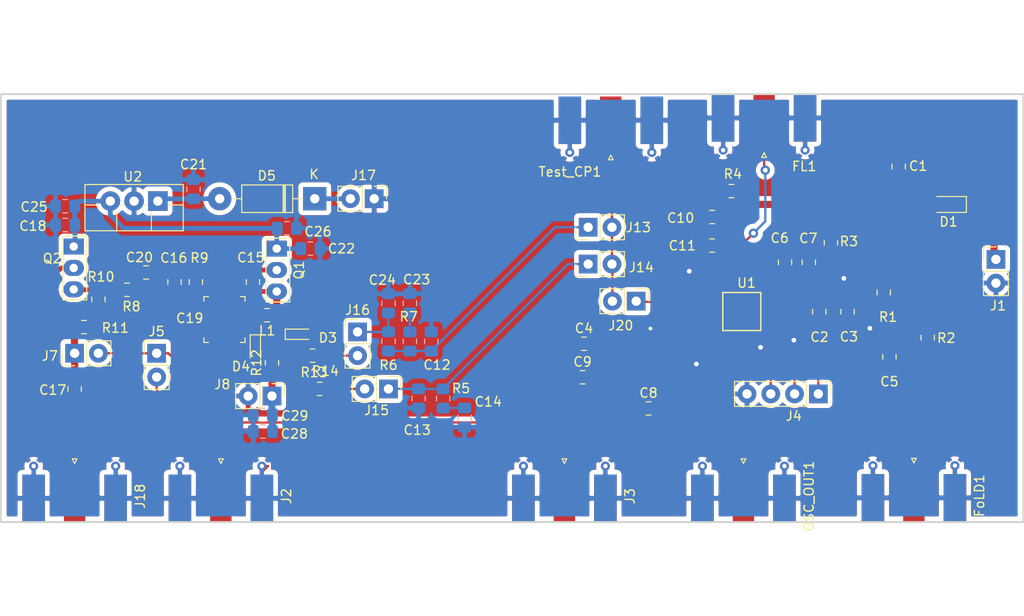
<source format=kicad_pcb>
(kicad_pcb (version 20171130) (host pcbnew "(5.1.5-0-10_14)")
  (layers (0 F.Cu signal) (31 B.Cu signal) (34 B.Paste user) (35 F.Paste user) (36 B.SilkS user) (37 F.SilkS user) (38 B.Mask user) (39 F.Mask user) (44 Edge.Cuts user))
  (net 0 "")
  (net 1 GND)
  (net 2 "Net-(C4-Pad1)")
  (net 3 "Net-(C8-Pad1)")
  (net 4 "Net-(C9-Pad2)")
  (net 5 PLL_Power)
  (net 6 "Net-(C12-Pad2)")
  (net 7 "Net-(C15-Pad1)")
  (net 8 "Net-(C15-Pad2)")
  (net 9 8V)
  (net 10 "Net-(C20-Pad2)")
  (net 11 "Net-(C21-Pad1)")
  (net 12 "Net-(D1-Pad1)")
  (net 13 "Net-(D3-Pad1)")
  (net 14 "Net-(D5-Pad1)")
  (net 15 "Net-(J2-Pad1)")
  (net 16 "Net-(J13-Pad2)")
  (net 17 V_uC)
  (net 18 Vp)
  (net 19 Vcc)
  (net 20 CE)
  (net 21 F_IN)
  (net 22 OSC_IN)
  (net 23 CPo)
  (net 24 LE)
  (net 25 Data)
  (net 26 FL)
  (net 27 FoLD)
  (net 28 OSC_OUT)
  (net 29 Clock)
  (net 30 "Net-(C13-Pad1)")
  (net 31 "Net-(C14-Pad1)")
  (net 32 "Net-(C17-Pad2)")
  (net 33 "Net-(C17-Pad1)")
  (net 34 "Net-(Q2-Pad3)")
  (net 35 "Net-(C23-Pad1)")
  (net 36 "Net-(C24-Pad1)")
  (net 37 "Net-(J15-Pad2)")
  (net 38 "Net-(J16-Pad2)")
  (net 39 "Net-(C28-Pad2)")
  (module Capacitor_SMD:C_0805_2012Metric_Pad1.15x1.40mm_HandSolder (layer B.Cu) (at 106.7308 112.2426)
    (fp_text reference C28 (at 3.3528 0.254) (layer F.SilkS))
    (fp_text value 100pF)
    (pad 2 smd roundrect (at 1.025 0) (size 1.15 1.4) (layers B.Cu B.Paste B.Mask) (roundrect_rratio 0.217391) (net 39 "Net-(C28-Pad2)"))
    (pad 1 smd roundrect (at -1.025 0) (size 1.15 1.4) (layers B.Cu B.Paste B.Mask) (roundrect_rratio 0.217391) (net 1 GND))
  )
  (module Capacitor_SMD:C_0805_2012Metric_Pad1.15x1.40mm_HandSolder (layer B.Cu) (at 106.7218 110.4646)
    (fp_text reference C29 (at 3.4126 0.1016) (layer F.SilkS))
    (fp_text value 100nF)
    (pad 1 smd roundrect (at -1.025 0) (size 1.15 1.4) (layers B.Cu B.Paste B.Mask) (roundrect_rratio 0.217391) (net 1 GND))
    (pad 2 smd roundrect (at 1.025 0) (size 1.15 1.4) (layers B.Cu B.Paste B.Mask) (roundrect_rratio 0.217391) (net 39 "Net-(C28-Pad2)"))
  )
  (module Capacitor_SMD:C_0805_2012Metric_Pad1.15x1.40mm_HandSolder (layer B.Cu) (at 109.2925 90.5383 180)
    (fp_text reference C26 (at -3.3184 -0.3556 180) (layer F.SilkS))
    (fp_text value 100pF)
    (pad 2 smd roundrect (at 1.025 0 180) (size 1.15 1.4) (layers B.Cu B.Paste B.Mask) (roundrect_rratio 0.217391) (net 9 8V))
    (pad 1 smd roundrect (at -1.025 0 180) (size 1.15 1.4) (layers B.Cu B.Paste B.Mask) (roundrect_rratio 0.217391) (net 1 GND))
  )
  (module Capacitor_SMD:C_0805_2012Metric_Pad1.15x1.40mm_HandSolder (layer B.Cu) (at 85.6017 88.1761)
    (fp_text reference C25 (at -3.3184 0.0762) (layer F.SilkS))
    (fp_text value 100pF)
    (pad 1 smd roundrect (at -1.025 0) (size 1.15 1.4) (layers B.Cu B.Paste B.Mask) (roundrect_rratio 0.217391) (net 1 GND))
    (pad 2 smd roundrect (at 1.025 0) (size 1.15 1.4) (layers B.Cu B.Paste B.Mask) (roundrect_rratio 0.217391) (net 9 8V))
  )
  (module Resistor_SMD:R_0805_2012Metric_Pad1.15x1.40mm_HandSolder (layer F.Cu) (at 112.023 104.14 180)
    (fp_text reference R14 (at -1.3626 -1.6383 180) (layer F.SilkS))
    (fp_text value 0)
    (pad 2 smd roundrect (at 1.025 0 180) (size 1.15 1.4) (layers F.Cu F.Paste F.Mask) (roundrect_rratio 0.217391) (net 13 "Net-(D3-Pad1)"))
    (pad 1 smd roundrect (at -1.025 0 180) (size 1.15 1.4) (layers F.Cu F.Paste F.Mask) (roundrect_rratio 0.217391) (net 38 "Net-(J16-Pad2)"))
  )
  (module Resistor_SMD:R_0805_2012Metric_Pad1.15x1.40mm_HandSolder (layer F.Cu) (at 112.785 107.696 180)
    (fp_text reference R13 (at 0.5879 1.7653) (layer F.SilkS))
    (fp_text value 0)
    (pad 1 smd roundrect (at -1.025 0 180) (size 1.15 1.4) (layers F.Cu F.Paste F.Mask) (roundrect_rratio 0.217391) (net 37 "Net-(J15-Pad2)"))
    (pad 2 smd roundrect (at 1.025 0 180) (size 1.15 1.4) (layers F.Cu F.Paste F.Mask) (roundrect_rratio 0.217391) (net 13 "Net-(D3-Pad1)"))
  )
  (module Resistor_SMD:R_0805_2012Metric_Pad1.15x1.40mm_HandSolder (layer F.Cu) (at 89.154 98.1292 270)
    (fp_text reference R10 (at -2.4093 -0.2667) (layer F.SilkS))
    (fp_text value 100k)
    (pad 1 smd roundrect (at -1.025 0 270) (size 1.15 1.4) (layers F.Cu F.Paste F.Mask) (roundrect_rratio 0.217391) (net 34 "Net-(Q2-Pad3)"))
    (pad 2 smd roundrect (at 1.025 0 270) (size 1.15 1.4) (layers F.Cu F.Paste F.Mask) (roundrect_rratio 0.217391) (net 1 GND))
  )
  (module Resistor_SMD:R_0805_2012Metric_Pad1.15x1.40mm_HandSolder (layer F.Cu) (at 107.696 104.911 90)
    (fp_text reference R12 (at 0 -1.65 270) (layer F.SilkS))
    (fp_text value 1k)
    (pad 1 smd roundrect (at -1.025 0 90) (size 1.15 1.4) (layers F.Cu F.Paste F.Mask) (roundrect_rratio 0.217391) (net 39 "Net-(C28-Pad2)"))
    (pad 2 smd roundrect (at 1.025 0 90) (size 1.15 1.4) (layers F.Cu F.Paste F.Mask) (roundrect_rratio 0.217391) (net 13 "Net-(D3-Pad1)"))
  )
  (module Capacitor_SMD:C_0805_2012Metric_Pad1.15x1.40mm_HandSolder (layer B.Cu) (at 120.142 98.561 90)
    (fp_text reference C24 (at 2.4982 -0.6604 180) (layer F.SilkS))
    (fp_text value 220nF)
    (pad 2 smd roundrect (at 1.025 0 90) (size 1.15 1.4) (layers B.Cu B.Paste B.Mask) (roundrect_rratio 0.217391) (net 1 GND))
    (pad 1 smd roundrect (at -1.025 0 90) (size 1.15 1.4) (layers B.Cu B.Paste B.Mask) (roundrect_rratio 0.217391) (net 36 "Net-(C24-Pad1)"))
  )
  (module Capacitor_SMD:C_0805_2012Metric_Pad1.15x1.40mm_HandSolder (layer B.Cu) (at 122.428 98.543 90)
    (fp_text reference C23 (at 2.531 0.7239 180) (layer F.SilkS))
    (fp_text value 80nF)
    (pad 1 smd roundrect (at -1.025 0 90) (size 1.15 1.4) (layers B.Cu B.Paste B.Mask) (roundrect_rratio 0.217391) (net 35 "Net-(C23-Pad1)"))
    (pad 2 smd roundrect (at 1.025 0 90) (size 1.15 1.4) (layers B.Cu B.Paste B.Mask) (roundrect_rratio 0.217391) (net 1 GND))
  )
  (module Capacitor_SMD:C_Trimmer_Murata_TZB4-B (layer F.Cu) (at 102.616 100.282 270)
    (fp_text reference C19 (at -0.1425 3.7084) (layer F.SilkS))
    (fp_text value SGC35060)
    (pad 1 smd rect (at -3 0 270) (size 2 1.6) (layers F.Cu F.Paste F.Mask) (net 8 "Net-(C15-Pad2)"))
    (pad 2 smd rect (at 3 0 270) (size 2 1.6) (layers F.Cu F.Paste F.Mask) (net 1 GND))
  )
  (module Resistor_SMD:R_0805_2012Metric_Pad1.15x1.40mm_HandSolder (layer B.Cu) (at 122.428 102.625 270)
    (fp_text reference R7 (at -2.6453 0.127 180) (layer F.SilkS))
    (fp_text value 62k)
    (pad 1 smd roundrect (at -1.025 0 270) (size 1.15 1.4) (layers B.Cu B.Paste B.Mask) (roundrect_rratio 0.217391) (net 35 "Net-(C23-Pad1)"))
    (pad 2 smd roundrect (at 1.025 0 270) (size 1.15 1.4) (layers B.Cu B.Paste B.Mask) (roundrect_rratio 0.217391) (net 6 "Net-(C12-Pad2)"))
  )
  (module Resistor_SMD:R_0805_2012Metric_Pad1.15x1.40mm_HandSolder (layer F.Cu) (at 92.211 97.1042)
    (fp_text reference R8 (at 0.4736 1.7907) (layer F.SilkS))
    (fp_text value "1 Ohm")
    (pad 2 smd roundrect (at 1.025 0) (size 1.15 1.4) (layers F.Cu F.Paste F.Mask) (roundrect_rratio 0.217391) (net 10 "Net-(C20-Pad2)"))
    (pad 1 smd roundrect (at -1.025 0) (size 1.15 1.4) (layers F.Cu F.Paste F.Mask) (roundrect_rratio 0.217391) (net 34 "Net-(Q2-Pad3)"))
  )
  (module Capacitor_SMD:C_0805_2012Metric_Pad1.15x1.40mm_HandSolder (layer F.Cu) (at 86.614 107.705 270)
    (fp_text reference C17 (at 0.1053 2.3368) (layer F.SilkS))
    (fp_text value 100nF)
    (pad 2 smd roundrect (at 1.025 0 270) (size 1.15 1.4) (layers F.Cu F.Paste F.Mask) (roundrect_rratio 0.217391) (net 32 "Net-(C17-Pad2)"))
    (pad 1 smd roundrect (at -1.025 0 270) (size 1.15 1.4) (layers F.Cu F.Paste F.Mask) (roundrect_rratio 0.217391) (net 33 "Net-(C17-Pad1)"))
  )
  (module Capacitor_SMD:C_0805_2012Metric_Pad1.15x1.40mm_HandSolder (layer B.Cu) (at 128.27 110.753 270)
    (fp_text reference C14 (at -1.6854 -2.5273) (layer F.SilkS))
    (fp_text value C)
    (pad 1 smd roundrect (at -1.025 0 270) (size 1.15 1.4) (layers B.Cu B.Paste B.Mask) (roundrect_rratio 0.217391) (net 31 "Net-(C14-Pad1)"))
    (pad 2 smd roundrect (at 1.025 0 270) (size 1.15 1.4) (layers B.Cu B.Paste B.Mask) (roundrect_rratio 0.217391) (net 1 GND))
  )
  (module Package_TO_SOT_THT:TO-251-3_Vertical (layer F.Cu) (at 86.5124 92.4814 270)
    (fp_text reference Q2 (at 1.2827 2.2987) (layer F.SilkS))
    (fp_text value "2N5486 JFET")
    (pad 3 thru_hole oval (at 4.58 0 270) (size 1.7175 2.2) (drill 0.9) (layers *.Cu *.Mask) (net 34 "Net-(Q2-Pad3)"))
    (pad 2 thru_hole oval (at 2.29 0 270) (size 1.7175 2.2) (drill 0.9) (layers *.Cu *.Mask) (net 33 "Net-(C17-Pad1)"))
    (pad 1 thru_hole rect (at 0 0 270) (size 1.7175 2.2) (drill 0.9) (layers *.Cu *.Mask) (net 9 8V))
  )
  (module Package_TO_SOT_THT:TO-251-3_Vertical (layer F.Cu) (at 108.204 92.706 270)
    (fp_text reference Q1 (at 2.29 -2.39 270) (layer F.SilkS))
    (fp_text value "2N5486 JFET")
    (pad 1 thru_hole rect (at 0 0 270) (size 1.7 2.2) (drill 0.9) (layers *.Cu *.Mask) (net 9 8V))
    (pad 2 thru_hole oval (at 2.29 0 270) (size 1.7 2.2) (drill 0.9) (layers *.Cu *.Mask) (net 7 "Net-(C15-Pad1)"))
    (pad 3 thru_hole oval (at 4.58 0 270) (size 1.7 2.2) (drill 0.9) (layers *.Cu *.Mask) (net 8 "Net-(C15-Pad2)"))
  )
  (module Connector_Coaxial:SMA_Molex_73251-1153_EdgeMount_Horizontal (layer F.Cu) (at 176.276 117.6092 90)
    (fp_text reference FoLD1 (at -1.5 7 90) (layer F.SilkS))
    (fp_text value Conn_Coaxial)
    (pad 2 smd rect (at 1.27 4.38 90) (size 0.95 0.46) (layers B.Cu) (net 1 GND))
    (pad 2 smd rect (at 1.27 -4.38 90) (size 0.95 0.46) (layers B.Cu) (net 1 GND))
    (pad 2 smd rect (at 1.27 4.38 90) (size 0.95 0.46) (layers F.Cu) (net 1 GND))
    (pad 2 smd rect (at 1.27 -4.38 90) (size 0.95 0.46) (layers F.Cu) (net 1 GND))
    (pad 2 thru_hole circle (at 1.72 4.38 90) (size 0.97 0.97) (drill 0.46) (layers *.Cu) (net 1 GND))
    (pad 2 thru_hole circle (at 1.72 -4.38 90) (size 0.97 0.97) (drill 0.46) (layers *.Cu) (net 1 GND))
    (pad 2 smd rect (at -1.72 4.38 90) (size 5.08 2.42) (layers B.Cu B.Paste B.Mask) (net 1 GND))
    (pad 2 smd rect (at -1.72 -4.38 90) (size 5.08 2.42) (layers B.Cu B.Paste B.Mask) (net 1 GND))
    (pad 2 smd rect (at -1.72 4.38 90) (size 5.08 2.42) (layers F.Cu F.Paste F.Mask) (net 1 GND))
    (pad 2 smd rect (at -1.72 -4.38 90) (size 5.08 2.42) (layers F.Cu F.Paste F.Mask) (net 1 GND))
    (pad 1 smd rect (at -1.72 0 90) (size 5.08 2.29) (layers F.Cu F.Paste F.Mask) (net 27 FoLD))
  )
  (module Connector_Coaxial:SMA_Molex_73251-1153_EdgeMount_Horizontal (layer F.Cu) (at 160.274 80.46 270)
    (fp_text reference FL1 (at 3.45652 -4.28244) (layer F.SilkS))
    (fp_text value Conn_Coaxial)
    (pad 1 smd rect (at -1.72 0 270) (size 5.08 2.29) (layers F.Cu F.Paste F.Mask) (net 26 FL))
    (pad 2 smd rect (at -1.72 -4.38 270) (size 5.08 2.42) (layers F.Cu F.Paste F.Mask) (net 1 GND))
    (pad 2 smd rect (at -1.72 4.38 270) (size 5.08 2.42) (layers F.Cu F.Paste F.Mask) (net 1 GND))
    (pad 2 smd rect (at -1.72 -4.38 270) (size 5.08 2.42) (layers B.Cu B.Paste B.Mask) (net 1 GND))
    (pad 2 smd rect (at -1.72 4.38 270) (size 5.08 2.42) (layers B.Cu B.Paste B.Mask) (net 1 GND))
    (pad 2 thru_hole circle (at 1.72 -4.38 270) (size 0.97 0.97) (drill 0.46) (layers *.Cu) (net 1 GND))
    (pad 2 thru_hole circle (at 1.72 4.38 270) (size 0.97 0.97) (drill 0.46) (layers *.Cu) (net 1 GND))
    (pad 2 smd rect (at 1.27 -4.38 270) (size 0.95 0.46) (layers F.Cu) (net 1 GND))
    (pad 2 smd rect (at 1.27 4.38 270) (size 0.95 0.46) (layers F.Cu) (net 1 GND))
    (pad 2 smd rect (at 1.27 -4.38 270) (size 0.95 0.46) (layers B.Cu) (net 1 GND))
    (pad 2 smd rect (at 1.27 4.38 270) (size 0.95 0.46) (layers B.Cu) (net 1 GND))
  )
  (module Connector_Coaxial:SMA_Molex_73251-1153_EdgeMount_Horizontal (layer F.Cu) (at 143.891 80.714 270)
    (fp_text reference Test_CP1 (at 3.78672 4.35356) (layer F.SilkS))
    (fp_text value Conn_Coaxial)
    (pad 2 smd rect (at 1.27 4.38 270) (size 0.95 0.46) (layers B.Cu) (net 1 GND))
    (pad 2 smd rect (at 1.27 -4.38 270) (size 0.95 0.46) (layers B.Cu) (net 1 GND))
    (pad 2 smd rect (at 1.27 4.38 270) (size 0.95 0.46) (layers F.Cu) (net 1 GND))
    (pad 2 smd rect (at 1.27 -4.38 270) (size 0.95 0.46) (layers F.Cu) (net 1 GND))
    (pad 2 thru_hole circle (at 1.72 4.38 270) (size 0.97 0.97) (drill 0.46) (layers *.Cu) (net 1 GND))
    (pad 2 thru_hole circle (at 1.72 -4.38 270) (size 0.97 0.97) (drill 0.46) (layers *.Cu) (net 1 GND))
    (pad 2 smd rect (at -1.72 4.38 270) (size 5.08 2.42) (layers B.Cu B.Paste B.Mask) (net 1 GND))
    (pad 2 smd rect (at -1.72 -4.38 270) (size 5.08 2.42) (layers B.Cu B.Paste B.Mask) (net 1 GND))
    (pad 2 smd rect (at -1.72 4.38 270) (size 5.08 2.42) (layers F.Cu F.Paste F.Mask) (net 1 GND))
    (pad 2 smd rect (at -1.72 -4.38 270) (size 5.08 2.42) (layers F.Cu F.Paste F.Mask) (net 1 GND))
    (pad 1 smd rect (at -1.72 0 270) (size 5.08 2.29) (layers F.Cu F.Paste F.Mask) (net 16 "Net-(J13-Pad2)"))
  )
  (module Connector_Coaxial:SMA_Molex_73251-1153_EdgeMount_Horizontal (layer F.Cu) (at 158.0642 117.66 90)
    (fp_text reference OSC_OUT1 (at -1.5 7 90) (layer F.SilkS))
    (fp_text value Conn_Coaxial)
    (pad 1 smd rect (at -1.72 0 90) (size 5.08 2.29) (layers F.Cu F.Paste F.Mask) (net 28 OSC_OUT))
    (pad 2 smd rect (at -1.72 -4.38 90) (size 5.08 2.42) (layers F.Cu F.Paste F.Mask) (net 1 GND))
    (pad 2 smd rect (at -1.72 4.38 90) (size 5.08 2.42) (layers F.Cu F.Paste F.Mask) (net 1 GND))
    (pad 2 smd rect (at -1.72 -4.38 90) (size 5.08 2.42) (layers B.Cu B.Paste B.Mask) (net 1 GND))
    (pad 2 smd rect (at -1.72 4.38 90) (size 5.08 2.42) (layers B.Cu B.Paste B.Mask) (net 1 GND))
    (pad 2 thru_hole circle (at 1.72 -4.38 90) (size 0.97 0.97) (drill 0.46) (layers *.Cu) (net 1 GND))
    (pad 2 thru_hole circle (at 1.72 4.38 90) (size 0.97 0.97) (drill 0.46) (layers *.Cu) (net 1 GND))
    (pad 2 smd rect (at 1.27 -4.38 90) (size 0.95 0.46) (layers F.Cu) (net 1 GND))
    (pad 2 smd rect (at 1.27 4.38 90) (size 0.95 0.46) (layers F.Cu) (net 1 GND))
    (pad 2 smd rect (at 1.27 -4.38 90) (size 0.95 0.46) (layers B.Cu) (net 1 GND))
    (pad 2 smd rect (at 1.27 4.38 90) (size 0.95 0.46) (layers B.Cu) (net 1 GND))
  )
  (module Capacitor_SMD:C_0805_2012Metric_Pad1.15x1.40mm_HandSolder (layer F.Cu) (at 174.6504 83.9306 270)
    (fp_text reference C1 (at -0.04456 -2.0828) (layer F.SilkS))
    (fp_text value C)
    (pad 1 smd roundrect (at -1.025 0 270) (size 1.15 1.4) (layers F.Cu F.Paste F.Mask) (roundrect_rratio 0.217391) (net 1 GND))
    (pad 2 smd roundrect (at 1.025 0 270) (size 1.15 1.4) (layers F.Cu F.Paste F.Mask) (roundrect_rratio 0.217391) (net 5 PLL_Power))
  )
  (module Capacitor_SMD:C_0805_2012Metric_Pad1.15x1.40mm_HandSolder (layer F.Cu) (at 166.1668 99.45 90)
    (fp_text reference C2 (at -2.7088 0.02032 180) (layer F.SilkS))
    (fp_text value 100nF)
    (pad 1 smd roundrect (at -1.025 0 90) (size 1.15 1.4) (layers F.Cu F.Paste F.Mask) (roundrect_rratio 0.217391) (net 1 GND))
    (pad 2 smd roundrect (at 1.025 0 90) (size 1.15 1.4) (layers F.Cu F.Paste F.Mask) (roundrect_rratio 0.217391) (net 17 V_uC))
  )
  (module Capacitor_SMD:C_0805_2012Metric_Pad1.15x1.40mm_HandSolder (layer F.Cu) (at 169.1894 99.45 90)
    (fp_text reference C3 (at -2.67324 0.14224 180) (layer F.SilkS))
    (fp_text value 100pF)
    (pad 2 smd roundrect (at 1.025 0 90) (size 1.15 1.4) (layers F.Cu F.Paste F.Mask) (roundrect_rratio 0.217391) (net 17 V_uC))
    (pad 1 smd roundrect (at -1.025 0 90) (size 1.15 1.4) (layers F.Cu F.Paste F.Mask) (roundrect_rratio 0.217391) (net 1 GND))
  )
  (module Capacitor_SMD:C_0805_2012Metric_Pad1.15x1.40mm_HandSolder (layer F.Cu) (at 141.0298 102.87)
    (fp_text reference C4 (at 0 -1.65) (layer F.SilkS))
    (fp_text value 1000pF)
    (pad 2 smd roundrect (at 1.025 0) (size 1.15 1.4) (layers F.Cu F.Paste F.Mask) (roundrect_rratio 0.217391) (net 21 F_IN))
    (pad 1 smd roundrect (at -1.025 0) (size 1.15 1.4) (layers F.Cu F.Paste F.Mask) (roundrect_rratio 0.217391) (net 2 "Net-(C4-Pad1)"))
  )
  (module Capacitor_SMD:C_0805_2012Metric_Pad1.15x1.40mm_HandSolder (layer F.Cu) (at 173.6598 104.2506 90)
    (fp_text reference C5 (at -2.66308 -0.00508 180) (layer F.SilkS))
    (fp_text value 100nF)
    (pad 2 smd roundrect (at 1.025 0 90) (size 1.15 1.4) (layers F.Cu F.Paste F.Mask) (roundrect_rratio 0.217391) (net 20 CE))
    (pad 1 smd roundrect (at -1.025 0 90) (size 1.15 1.4) (layers F.Cu F.Paste F.Mask) (roundrect_rratio 0.217391) (net 1 GND))
  )
  (module Capacitor_SMD:C_0805_2012Metric_Pad1.15x1.40mm_HandSolder (layer F.Cu) (at 162.5092 94.1668 90)
    (fp_text reference C6 (at 2.5871 -0.5715 180) (layer F.SilkS))
    (fp_text value 100nF)
    (pad 1 smd roundrect (at -1.025 0 90) (size 1.15 1.4) (layers F.Cu F.Paste F.Mask) (roundrect_rratio 0.217391) (net 1 GND))
    (pad 2 smd roundrect (at 1.025 0 90) (size 1.15 1.4) (layers F.Cu F.Paste F.Mask) (roundrect_rratio 0.217391) (net 19 Vcc))
  )
  (module Capacitor_SMD:C_0805_2012Metric_Pad1.15x1.40mm_HandSolder (layer F.Cu) (at 165.0492 94.1668 90)
    (fp_text reference C7 (at 2.5617 -0.0508 180) (layer F.SilkS))
    (fp_text value 100pF)
    (pad 1 smd roundrect (at -1.025 0 90) (size 1.15 1.4) (layers F.Cu F.Paste F.Mask) (roundrect_rratio 0.217391) (net 1 GND))
    (pad 2 smd roundrect (at 1.025 0 90) (size 1.15 1.4) (layers F.Cu F.Paste F.Mask) (roundrect_rratio 0.217391) (net 19 Vcc))
  )
  (module Capacitor_SMD:C_0805_2012Metric_Pad1.15x1.40mm_HandSolder (layer F.Cu) (at 147.9206 109.7788)
    (fp_text reference C8 (at 0 -1.65) (layer F.SilkS))
    (fp_text value 1000pF)
    (pad 2 smd roundrect (at 1.025 0) (size 1.15 1.4) (layers F.Cu F.Paste F.Mask) (roundrect_rratio 0.217391) (net 22 OSC_IN))
    (pad 1 smd roundrect (at -1.025 0) (size 1.15 1.4) (layers F.Cu F.Paste F.Mask) (roundrect_rratio 0.217391) (net 3 "Net-(C8-Pad1)"))
  )
  (module Capacitor_SMD:C_0805_2012Metric_Pad1.15x1.40mm_HandSolder (layer F.Cu) (at 140.8774 106.4514)
    (fp_text reference C9 (at 0 -1.65) (layer F.SilkS))
    (fp_text value 100nF)
    (pad 2 smd roundrect (at 1.025 0) (size 1.15 1.4) (layers F.Cu F.Paste F.Mask) (roundrect_rratio 0.217391) (net 4 "Net-(C9-Pad2)"))
    (pad 1 smd roundrect (at -1.025 0) (size 1.15 1.4) (layers F.Cu F.Paste F.Mask) (roundrect_rratio 0.217391) (net 1 GND))
  )
  (module Capacitor_SMD:C_0805_2012Metric_Pad1.15x1.40mm_HandSolder (layer F.Cu) (at 154.7278 89.3318)
    (fp_text reference C10 (at -3.3692 0.1016) (layer F.SilkS))
    (fp_text value 100nF)
    (pad 2 smd roundrect (at 1.025 0) (size 1.15 1.4) (layers F.Cu F.Paste F.Mask) (roundrect_rratio 0.217391) (net 18 Vp))
    (pad 1 smd roundrect (at -1.025 0) (size 1.15 1.4) (layers F.Cu F.Paste F.Mask) (roundrect_rratio 0.217391) (net 1 GND))
  )
  (module Capacitor_SMD:C_0805_2012Metric_Pad1.15x1.40mm_HandSolder (layer F.Cu) (at 154.7278 92.3798)
    (fp_text reference C11 (at -3.1914 0.0127) (layer F.SilkS))
    (fp_text value 100pF)
    (pad 1 smd roundrect (at -1.025 0) (size 1.15 1.4) (layers F.Cu F.Paste F.Mask) (roundrect_rratio 0.217391) (net 1 GND))
    (pad 2 smd roundrect (at 1.025 0) (size 1.15 1.4) (layers F.Cu F.Paste F.Mask) (roundrect_rratio 0.217391) (net 18 Vp))
  )
  (module Capacitor_SMD:C_0805_2012Metric_Pad1.15x1.40mm_HandSolder (layer B.Cu) (at 124.714 102.625 270)
    (fp_text reference C12 (at 2.5056 -0.6096) (layer F.SilkS))
    (fp_text value 12nF)
    (pad 2 smd roundrect (at 1.025 0 270) (size 1.15 1.4) (layers B.Cu B.Paste B.Mask) (roundrect_rratio 0.217391) (net 6 "Net-(C12-Pad2)"))
    (pad 1 smd roundrect (at -1.025 0 270) (size 1.15 1.4) (layers B.Cu B.Paste B.Mask) (roundrect_rratio 0.217391) (net 1 GND))
  )
  (module Capacitor_SMD:C_0805_2012Metric_Pad1.15x1.40mm_HandSolder (layer B.Cu) (at 123.3551 108.7083 270)
    (fp_text reference C13 (at 3.3819 0.1397) (layer F.SilkS))
    (fp_text value C)
    (pad 2 smd roundrect (at 1.025 0 270) (size 1.15 1.4) (layers B.Cu B.Paste B.Mask) (roundrect_rratio 0.217391) (net 1 GND))
    (pad 1 smd roundrect (at -1.025 0 270) (size 1.15 1.4) (layers B.Cu B.Paste B.Mask) (roundrect_rratio 0.217391) (net 30 "Net-(C13-Pad1)"))
  )
  (module Capacitor_SMD:C_0805_2012Metric_Pad1.15x1.40mm_HandSolder (layer F.Cu) (at 105.664 96.275 270)
    (fp_text reference C15 (at -2.6125 0.2286) (layer F.SilkS))
    (fp_text value 22pF)
    (pad 1 smd roundrect (at -1.025 0 270) (size 1.15 1.4) (layers F.Cu F.Paste F.Mask) (roundrect_rratio 0.217391) (net 7 "Net-(C15-Pad1)"))
    (pad 2 smd roundrect (at 1.025 0 270) (size 1.15 1.4) (layers F.Cu F.Paste F.Mask) (roundrect_rratio 0.217391) (net 8 "Net-(C15-Pad2)"))
  )
  (module Capacitor_SMD:C_0805_2012Metric_Pad1.15x1.40mm_HandSolder (layer F.Cu) (at 97.282 96.275 90)
    (fp_text reference C16 (at 2.5744 -0.0762 180) (layer F.SilkS))
    (fp_text value 47pF)
    (pad 2 smd roundrect (at 1.025 0 90) (size 1.15 1.4) (layers F.Cu F.Paste F.Mask) (roundrect_rratio 0.217391) (net 7 "Net-(C15-Pad1)"))
    (pad 1 smd roundrect (at -1.025 0 90) (size 1.15 1.4) (layers F.Cu F.Paste F.Mask) (roundrect_rratio 0.217391) (net 1 GND))
  )
  (module Capacitor_SMD:C_0805_2012Metric_Pad1.15x1.40mm_HandSolder (layer B.Cu) (at 85.6197 90.1827)
    (fp_text reference C18 (at -3.4634 0.1143) (layer F.SilkS))
    (fp_text value 100nF)
    (pad 1 smd roundrect (at -1.025 0) (size 1.15 1.4) (layers B.Cu B.Paste B.Mask) (roundrect_rratio 0.217391) (net 1 GND))
    (pad 2 smd roundrect (at 1.025 0) (size 1.15 1.4) (layers B.Cu B.Paste B.Mask) (roundrect_rratio 0.217391) (net 9 8V))
  )
  (module Capacitor_SMD:C_0805_2012Metric_Pad1.15x1.40mm_HandSolder (layer F.Cu) (at 94.243 95.25 180)
    (fp_text reference C20 (at 0.7075 1.6129 180) (layer F.SilkS))
    (fp_text value 10pF)
    (pad 1 smd roundrect (at -1.025 0 180) (size 1.15 1.4) (layers F.Cu F.Paste F.Mask) (roundrect_rratio 0.217391) (net 7 "Net-(C15-Pad1)"))
    (pad 2 smd roundrect (at 1.025 0 180) (size 1.15 1.4) (layers F.Cu F.Paste F.Mask) (roundrect_rratio 0.217391) (net 10 "Net-(C20-Pad2)"))
  )
  (module Capacitor_SMD:C_0805_2012Metric_Pad1.15x1.40mm_HandSolder (layer B.Cu) (at 99.314 86.36 90)
    (fp_text reference C21 (at 2.6416 0) (layer F.SilkS))
    (fp_text value 100nF)
    (pad 1 smd roundrect (at -1.025 0 90) (size 1.15 1.4) (layers B.Cu B.Paste B.Mask) (roundrect_rratio 0.217391) (net 11 "Net-(C21-Pad1)"))
    (pad 2 smd roundrect (at 1.025 0 90) (size 1.15 1.4) (layers B.Cu B.Paste B.Mask) (roundrect_rratio 0.217391) (net 1 GND))
  )
  (module Capacitor_SMD:C_0805_2012Metric_Pad1.15x1.40mm_HandSolder (layer B.Cu) (at 111.8071 92.71 180)
    (fp_text reference C22 (at -3.3184 0 180) (layer F.SilkS))
    (fp_text value 100nF)
    (pad 1 smd roundrect (at -1.025 0 180) (size 1.15 1.4) (layers B.Cu B.Paste B.Mask) (roundrect_rratio 0.217391) (net 1 GND))
    (pad 2 smd roundrect (at 1.025 0 180) (size 1.15 1.4) (layers B.Cu B.Paste B.Mask) (roundrect_rratio 0.217391) (net 9 8V))
  )
  (module Diode_SMD:D_SC-80_HandSoldering (layer F.Cu) (at 110.914 101.854)
    (fp_text reference D3 (at 2.751 0.381) (layer F.SilkS))
    (fp_text value 1SV304)
    (pad 1 smd rect (at -1.1 0) (size 1.1 0.6) (layers F.Cu F.Paste F.Mask) (net 13 "Net-(D3-Pad1)"))
    (pad 2 smd rect (at 1.1 0) (size 1.1 0.6) (layers F.Cu F.Paste F.Mask) (net 8 "Net-(C15-Pad2)"))
  )
  (module Diode_SMD:D_SC-80_HandSoldering (layer F.Cu) (at 105.918 103.716 270)
    (fp_text reference D4 (at 1.5797 1.5367) (layer F.SilkS))
    (fp_text value 1SV304)
    (pad 2 smd rect (at 1.1 0 270) (size 1.1 0.6) (layers F.Cu F.Paste F.Mask) (net 1 GND))
    (pad 1 smd rect (at -1.1 0 270) (size 1.1 0.6) (layers F.Cu F.Paste F.Mask) (net 13 "Net-(D3-Pad1)"))
  )
  (module Diode_THT:D_DO-41_SOD81_P10.16mm_Horizontal (layer F.Cu) (at 112.268 87.376 180)
    (fp_text reference D5 (at 5.1308 2.4511 180) (layer F.SilkS))
    (fp_text value DIODE)
    (fp_text user K (at 0.0762 2.6035 180) (layer F.SilkS))
    (pad 2 thru_hole oval (at 10.16 0 180) (size 2.5 2.5) (drill 1) (layers *.Cu *.Mask) (net 11 "Net-(C21-Pad1)"))
    (pad 1 thru_hole rect (at 0 0 180) (size 2.5 2.5) (drill 1) (layers *.Cu *.Mask) (net 14 "Net-(D5-Pad1)"))
  )
  (module Connector_PinHeader_2.54mm:PinHeader_1x02_P2.54mm_Vertical (layer F.Cu) (at 185.039 93.853)
    (fp_text reference J1 (at 0.2286 4.94792) (layer F.SilkS))
    (fp_text value Conn_01x02_Male)
    (pad 2 thru_hole oval (at 0 2.54) (size 2 2) (drill 1) (layers *.Cu *.Mask) (net 1 GND))
    (pad 1 thru_hole rect (at 0 0) (size 2 2) (drill 1) (layers *.Cu *.Mask) (net 12 "Net-(D1-Pad1)"))
  )
  (module Connector_Coaxial:SMA_Molex_73251-1153_EdgeMount_Horizontal (layer F.Cu) (at 102.235 117.66 90)
    (fp_text reference J2 (at -1.5 7 90) (layer F.SilkS))
    (fp_text value Conn_Coaxial)
    (pad 2 smd rect (at 1.27 4.38 90) (size 0.95 0.46) (layers B.Cu) (net 1 GND))
    (pad 2 smd rect (at 1.27 -4.38 90) (size 0.95 0.46) (layers B.Cu) (net 1 GND))
    (pad 2 smd rect (at 1.27 4.38 90) (size 0.95 0.46) (layers F.Cu) (net 1 GND))
    (pad 2 smd rect (at 1.27 -4.38 90) (size 0.95 0.46) (layers F.Cu) (net 1 GND))
    (pad 2 thru_hole circle (at 1.72 4.38 90) (size 0.97 0.97) (drill 0.46) (layers *.Cu) (net 1 GND))
    (pad 2 thru_hole circle (at 1.72 -4.38 90) (size 0.97 0.97) (drill 0.46) (layers *.Cu) (net 1 GND))
    (pad 2 smd rect (at -1.72 4.38 90) (size 5.08 2.42) (layers B.Cu B.Paste B.Mask) (net 1 GND))
    (pad 2 smd rect (at -1.72 -4.38 90) (size 5.08 2.42) (layers B.Cu B.Paste B.Mask) (net 1 GND))
    (pad 2 smd rect (at -1.72 4.38 90) (size 5.08 2.42) (layers F.Cu F.Paste F.Mask) (net 1 GND))
    (pad 2 smd rect (at -1.72 -4.38 90) (size 5.08 2.42) (layers F.Cu F.Paste F.Mask) (net 1 GND))
    (pad 1 smd rect (at -1.72 0 90) (size 5.08 2.29) (layers F.Cu F.Paste F.Mask) (net 15 "Net-(J2-Pad1)"))
  )
  (module Connector_Coaxial:SMA_Molex_73251-1153_EdgeMount_Horizontal (layer F.Cu) (at 138.938 117.66 90)
    (fp_text reference J3 (at -1.5 7 90) (layer F.SilkS))
    (fp_text value Conn_Coaxial)
    (pad 1 smd rect (at -1.72 0 90) (size 5.08 2.29) (layers F.Cu F.Paste F.Mask) (net 3 "Net-(C8-Pad1)"))
    (pad 2 smd rect (at -1.72 -4.38 90) (size 5.08 2.42) (layers F.Cu F.Paste F.Mask) (net 1 GND))
    (pad 2 smd rect (at -1.72 4.38 90) (size 5.08 2.42) (layers F.Cu F.Paste F.Mask) (net 1 GND))
    (pad 2 smd rect (at -1.72 -4.38 90) (size 5.08 2.42) (layers B.Cu B.Paste B.Mask) (net 1 GND))
    (pad 2 smd rect (at -1.72 4.38 90) (size 5.08 2.42) (layers B.Cu B.Paste B.Mask) (net 1 GND))
    (pad 2 thru_hole circle (at 1.72 -4.38 90) (size 0.97 0.97) (drill 0.46) (layers *.Cu) (net 1 GND))
    (pad 2 thru_hole circle (at 1.72 4.38 90) (size 0.97 0.97) (drill 0.46) (layers *.Cu) (net 1 GND))
    (pad 2 smd rect (at 1.27 -4.38 90) (size 0.95 0.46) (layers F.Cu) (net 1 GND))
    (pad 2 smd rect (at 1.27 4.38 90) (size 0.95 0.46) (layers F.Cu) (net 1 GND))
    (pad 2 smd rect (at 1.27 -4.38 90) (size 0.95 0.46) (layers B.Cu) (net 1 GND))
    (pad 2 smd rect (at 1.27 4.38 90) (size 0.95 0.46) (layers B.Cu) (net 1 GND))
  )
  (module Connector_PinHeader_2.54mm:PinHeader_1x04_P2.54mm_Vertical (layer F.Cu) (at 166.0652 108.2294 270)
    (fp_text reference J4 (at 2.3622 2.62128) (layer F.SilkS))
    (fp_text value Conn_01x04_Male)
    (pad 1 thru_hole rect (at 0 0 270) (size 2 2) (drill 1) (layers *.Cu *.Mask) (net 24 LE))
    (pad 2 thru_hole oval (at 0 2.54 270) (size 2 2) (drill 1) (layers *.Cu *.Mask) (net 25 Data))
    (pad 3 thru_hole oval (at 0 5.08 270) (size 2 2) (drill 1) (layers *.Cu *.Mask) (net 29 Clock))
    (pad 4 thru_hole oval (at 0 7.62 270) (size 2 2) (drill 1) (layers *.Cu *.Mask) (net 1 GND))
  )
  (module Connector_PinHeader_2.54mm:PinHeader_1x02_P2.54mm_Vertical (layer F.Cu) (at 95.377 103.886)
    (fp_text reference J5 (at 0 -2.33) (layer F.SilkS))
    (fp_text value Conn_01x02_Male)
    (pad 1 thru_hole rect (at 0 0) (size 2 2) (drill 1) (layers *.Cu *.Mask) (net 2 "Net-(C4-Pad1)"))
    (pad 2 thru_hole oval (at 0 2.54) (size 2 2) (drill 1) (layers *.Cu *.Mask) (net 15 "Net-(J2-Pad1)"))
  )
  (module Connector_PinHeader_2.54mm:PinHeader_1x02_P2.54mm_Vertical (layer F.Cu) (at 86.614 103.886 90)
    (fp_text reference J7 (at -0.2794 -2.6416 180) (layer F.SilkS))
    (fp_text value Conn_01x02_Male)
    (pad 2 thru_hole oval (at 0 2.54 90) (size 2 2) (drill 1) (layers *.Cu *.Mask) (net 2 "Net-(C4-Pad1)"))
    (pad 1 thru_hole rect (at 0 0 90) (size 2 2) (drill 1) (layers *.Cu *.Mask) (net 33 "Net-(C17-Pad1)"))
  )
  (module Connector_PinHeader_2.54mm:PinHeader_1x02_P2.54mm_Vertical (layer F.Cu) (at 107.696 108.458 270)
    (fp_text reference J8 (at -1.2446 5.3086) (layer F.SilkS))
    (fp_text value Conn_01x02_Male)
    (pad 1 thru_hole rect (at 0 0 270) (size 2 2) (drill 1) (layers *.Cu *.Mask) (net 39 "Net-(C28-Pad2)"))
    (pad 2 thru_hole oval (at 0 2.54 270) (size 2 2) (drill 1) (layers *.Cu *.Mask) (net 1 GND))
  )
  (module Connector_PinHeader_2.54mm:PinHeader_1x02_P2.54mm_Vertical (layer F.Cu) (at 141.478 90.424 90)
    (fp_text reference J13 (at -0.02032 5.37464 180) (layer F.SilkS))
    (fp_text value Conn_01x02_Male)
    (pad 2 thru_hole oval (at 0 2.54 90) (size 2 2) (drill 1) (layers *.Cu *.Mask) (net 16 "Net-(J13-Pad2)"))
    (pad 1 thru_hole rect (at 0 0 90) (size 2 2) (drill 1) (layers *.Cu *.Mask) (net 6 "Net-(C12-Pad2)"))
  )
  (module Connector_PinHeader_2.54mm:PinHeader_1x02_P2.54mm_Vertical (layer F.Cu) (at 141.478 94.361 90)
    (fp_text reference J14 (at -0.3556 5.68452 180) (layer F.SilkS))
    (fp_text value Conn_01x02_Male)
    (pad 1 thru_hole rect (at 0 0 90) (size 2 2) (drill 1) (layers *.Cu *.Mask) (net 30 "Net-(C13-Pad1)"))
    (pad 2 thru_hole oval (at 0 2.54 90) (size 2 2) (drill 1) (layers *.Cu *.Mask) (net 16 "Net-(J13-Pad2)"))
  )
  (module Connector_PinHeader_2.54mm:PinHeader_1x02_P2.54mm_Vertical (layer F.Cu) (at 120.142 107.696 270)
    (fp_text reference J15 (at 2.286 1.27) (layer F.SilkS))
    (fp_text value Conn_01x02_Male)
    (pad 2 thru_hole oval (at 0 2.54 270) (size 2 2) (drill 1) (layers *.Cu *.Mask) (net 37 "Net-(J15-Pad2)"))
    (pad 1 thru_hole rect (at 0 0 270) (size 2 2) (drill 1) (layers *.Cu *.Mask) (net 30 "Net-(C13-Pad1)"))
  )
  (module Connector_PinHeader_2.54mm:PinHeader_1x02_P2.54mm_Vertical (layer F.Cu) (at 116.84 101.6)
    (fp_text reference J16 (at 0 -2.33) (layer F.SilkS))
    (fp_text value Conn_01x02_Male)
    (pad 1 thru_hole rect (at 0 0) (size 2 2) (drill 1) (layers *.Cu *.Mask) (net 36 "Net-(C24-Pad1)"))
    (pad 2 thru_hole oval (at 0 2.54) (size 2 2) (drill 1) (layers *.Cu *.Mask) (net 38 "Net-(J16-Pad2)"))
  )
  (module Connector_PinHeader_2.54mm:PinHeader_1x02_P2.54mm_Vertical (layer F.Cu) (at 118.618 87.376 270)
    (fp_text reference J17 (at -2.5019 1.143) (layer F.SilkS))
    (fp_text value Conn_01x02_Male)
    (pad 1 thru_hole rect (at 0 0 270) (size 2 2) (drill 1) (layers *.Cu *.Mask) (net 1 GND))
    (pad 2 thru_hole oval (at 0 2.54 270) (size 2 2) (drill 1) (layers *.Cu *.Mask) (net 14 "Net-(D5-Pad1)"))
  )
  (module Connector_Coaxial:SMA_Molex_73251-1153_EdgeMount_Horizontal (layer F.Cu) (at 86.614 117.66 90)
    (fp_text reference J18 (at -1.5 7 90) (layer F.SilkS))
    (fp_text value Conn_Coaxial)
    (pad 1 smd rect (at -1.72 0 90) (size 5.08 2.29) (layers F.Cu F.Paste F.Mask) (net 32 "Net-(C17-Pad2)"))
    (pad 2 smd rect (at -1.72 -4.38 90) (size 5.08 2.42) (layers F.Cu F.Paste F.Mask) (net 1 GND))
    (pad 2 smd rect (at -1.72 4.38 90) (size 5.08 2.42) (layers F.Cu F.Paste F.Mask) (net 1 GND))
    (pad 2 smd rect (at -1.72 -4.38 90) (size 5.08 2.42) (layers B.Cu B.Paste B.Mask) (net 1 GND))
    (pad 2 smd rect (at -1.72 4.38 90) (size 5.08 2.42) (layers B.Cu B.Paste B.Mask) (net 1 GND))
    (pad 2 thru_hole circle (at 1.72 -4.38 90) (size 0.97 0.97) (drill 0.46) (layers *.Cu) (net 1 GND))
    (pad 2 thru_hole circle (at 1.72 4.38 90) (size 0.97 0.97) (drill 0.46) (layers *.Cu) (net 1 GND))
    (pad 2 smd rect (at 1.27 -4.38 90) (size 0.95 0.46) (layers F.Cu) (net 1 GND))
    (pad 2 smd rect (at 1.27 4.38 90) (size 0.95 0.46) (layers F.Cu) (net 1 GND))
    (pad 2 smd rect (at 1.27 -4.38 90) (size 0.95 0.46) (layers B.Cu) (net 1 GND))
    (pad 2 smd rect (at 1.27 4.38 90) (size 0.95 0.46) (layers B.Cu) (net 1 GND))
  )
  (module Connector_PinHeader_2.54mm:PinHeader_1x02_P2.54mm_Vertical (layer F.Cu) (at 146.6088 98.3234 270)
    (fp_text reference J20 (at 2.60096 1.64592) (layer F.SilkS))
    (fp_text value Conn_01x02_Male)
    (pad 2 thru_hole oval (at 0 2.54 270) (size 2 2) (drill 1) (layers *.Cu *.Mask) (net 16 "Net-(J13-Pad2)"))
    (pad 1 thru_hole rect (at 0 0 270) (size 2 2) (drill 1) (layers *.Cu *.Mask) (net 23 CPo))
  )
  (module Inductor_SMD:L_0805_2012Metric_Pad1.15x1.40mm_HandSolder (layer F.Cu) (at 107.179 99.822 180)
    (fp_text reference L1 (at 0 -1.65 180) (layer F.SilkS))
    (fp_text value 680nH)
    (pad 2 smd roundrect (at 1.025 0 180) (size 1.15 1.4) (layers F.Cu F.Paste F.Mask) (roundrect_rratio 0.217391) (net 1 GND))
    (pad 1 smd roundrect (at -1.025 0 180) (size 1.15 1.4) (layers F.Cu F.Paste F.Mask) (roundrect_rratio 0.217391) (net 8 "Net-(C15-Pad2)"))
  )
  (module Resistor_SMD:R_0805_2012Metric_Pad1.15x1.40mm_HandSolder (layer F.Cu) (at 173.0502 97.3926 270)
    (fp_text reference R1 (at 2.62244 -0.46228) (layer F.SilkS))
    (fp_text value 18)
    (pad 1 smd roundrect (at -1.025 0 270) (size 1.15 1.4) (layers F.Cu F.Paste F.Mask) (roundrect_rratio 0.217391) (net 5 PLL_Power))
    (pad 2 smd roundrect (at 1.025 0 270) (size 1.15 1.4) (layers F.Cu F.Paste F.Mask) (roundrect_rratio 0.217391) (net 17 V_uC))
  )
  (module Resistor_SMD:R_0805_2012Metric_Pad1.15x1.40mm_HandSolder (layer F.Cu) (at 177.7492 102.2186 270)
    (fp_text reference R2 (at 0.04688 -1.9812) (layer F.SilkS))
    (fp_text value 10k)
    (pad 2 smd roundrect (at 1.025 0 270) (size 1.15 1.4) (layers F.Cu F.Paste F.Mask) (roundrect_rratio 0.217391) (net 20 CE))
    (pad 1 smd roundrect (at -1.025 0 270) (size 1.15 1.4) (layers F.Cu F.Paste F.Mask) (roundrect_rratio 0.217391) (net 5 PLL_Power))
  )
  (module Resistor_SMD:R_0805_2012Metric_Pad1.15x1.40mm_HandSolder (layer F.Cu) (at 167.4114 92.084 270)
    (fp_text reference R3 (at -0.1487 -1.9177) (layer F.SilkS))
    (fp_text value 18)
    (pad 2 smd roundrect (at 1.025 0 270) (size 1.15 1.4) (layers F.Cu F.Paste F.Mask) (roundrect_rratio 0.217391) (net 19 Vcc))
    (pad 1 smd roundrect (at -1.025 0 270) (size 1.15 1.4) (layers F.Cu F.Paste F.Mask) (roundrect_rratio 0.217391) (net 5 PLL_Power))
  )
  (module Resistor_SMD:R_0805_2012Metric_Pad1.15x1.40mm_HandSolder (layer F.Cu) (at 156.7852 86.5632 180)
    (fp_text reference R4 (at -0.1487 1.8161 180) (layer F.SilkS))
    (fp_text value 18)
    (pad 1 smd roundrect (at -1.025 0 180) (size 1.15 1.4) (layers F.Cu F.Paste F.Mask) (roundrect_rratio 0.217391) (net 5 PLL_Power))
    (pad 2 smd roundrect (at 1.025 0 180) (size 1.15 1.4) (layers F.Cu F.Paste F.Mask) (roundrect_rratio 0.217391) (net 18 Vp))
  )
  (module Resistor_SMD:R_0805_2012Metric_Pad1.15x1.40mm_HandSolder (layer B.Cu) (at 125.984 108.721 90)
    (fp_text reference R5 (at 1.0758 1.905 180) (layer F.SilkS))
    (fp_text value R)
    (pad 2 smd roundrect (at 1.025 0 90) (size 1.15 1.4) (layers B.Cu B.Paste B.Mask) (roundrect_rratio 0.217391) (net 30 "Net-(C13-Pad1)"))
    (pad 1 smd roundrect (at -1.025 0 90) (size 1.15 1.4) (layers B.Cu B.Paste B.Mask) (roundrect_rratio 0.217391) (net 31 "Net-(C14-Pad1)"))
  )
  (module Resistor_SMD:R_0805_2012Metric_Pad1.15x1.40mm_HandSolder (layer B.Cu) (at 120.142 102.616 270)
    (fp_text reference R6 (at 2.54 0) (layer F.SilkS))
    (fp_text value 1k)
    (pad 2 smd roundrect (at 1.025 0 270) (size 1.15 1.4) (layers B.Cu B.Paste B.Mask) (roundrect_rratio 0.217391) (net 6 "Net-(C12-Pad2)"))
    (pad 1 smd roundrect (at -1.025 0 270) (size 1.15 1.4) (layers B.Cu B.Paste B.Mask) (roundrect_rratio 0.217391) (net 36 "Net-(C24-Pad1)"))
  )
  (module Resistor_SMD:R_0805_2012Metric_Pad1.15x1.40mm_HandSolder (layer F.Cu) (at 99.568 96.275 270)
    (fp_text reference R9 (at -2.5744 -0.381) (layer F.SilkS))
    (fp_text value 1k)
    (pad 1 smd roundrect (at -1.025 0 270) (size 1.15 1.4) (layers F.Cu F.Paste F.Mask) (roundrect_rratio 0.217391) (net 7 "Net-(C15-Pad1)"))
    (pad 2 smd roundrect (at 1.025 0 270) (size 1.15 1.4) (layers F.Cu F.Paste F.Mask) (roundrect_rratio 0.217391) (net 1 GND))
  )
  (module Resistor_SMD:R_0805_2012Metric_Pad1.15x1.40mm_HandSolder (layer F.Cu) (at 87.621 101.092)
    (fp_text reference R11 (at 3.3364 0.0889) (layer F.SilkS))
    (fp_text value 1k)
    (pad 2 smd roundrect (at 1.025 0) (size 1.15 1.4) (layers F.Cu F.Paste F.Mask) (roundrect_rratio 0.217391) (net 1 GND))
    (pad 1 smd roundrect (at -1.025 0) (size 1.15 1.4) (layers F.Cu F.Paste F.Mask) (roundrect_rratio 0.217391) (net 33 "Net-(C17-Pad1)"))
  )
  (module Package_TO_SOT_THT:TO-220F-3_Vertical (layer F.Cu) (at 95.504 87.63 180)
    (fp_text reference U2 (at 2.6797 2.6035 180) (layer F.SilkS))
    (fp_text value L7808)
    (pad 1 thru_hole rect (at 0 0 180) (size 2.1 2.1) (drill 1) (layers *.Cu *.Mask) (net 11 "Net-(C21-Pad1)"))
    (pad 2 thru_hole oval (at 2.54 0 180) (size 2.1 2.1) (drill 1) (layers *.Cu *.Mask) (net 1 GND))
    (pad 3 thru_hole oval (at 5.08 0 180) (size 2.1 2.1) (drill 1) (layers *.Cu *.Mask) (net 9 8V))
  )
  (module LT:LMX231X (layer F.Cu) (at 158.4 95.87)
    (fp_text reference U1 (at 0 0.5) (layer F.SilkS))
    (fp_text value LMX231X)
    (pad 1 smd rect (at -2 2) (size 0.45 0.3) (layers F.Cu F.Paste F.Mask) (net 1 GND))
    (pad 2 smd rect (at -2 2.5) (size 0.45 0.3) (layers F.Cu F.Paste F.Mask) (net 23 CPo))
    (pad 3 smd rect (at -2 3) (size 0.45 0.3) (layers F.Cu F.Paste F.Mask) (net 1 GND))
    (pad 4 smd rect (at -2 3.5) (size 0.45 0.3) (layers F.Cu F.Paste F.Mask) (net 21 F_IN))
    (pad 5 smd rect (at -2 4) (size 0.45 0.3) (layers F.Cu F.Paste F.Mask) (net 4 "Net-(C9-Pad2)"))
    (pad 6 smd rect (at -2 4.5) (size 0.45 0.3) (layers F.Cu F.Paste F.Mask) (net 22 OSC_IN))
    (pad 7 smd rect (at -2 5) (size 0.45 0.3) (layers F.Cu F.Paste F.Mask) (net 1 GND))
    (pad 17 smd rect (at 0.95 2) (size 0.45 0.3) (layers F.Cu F.Paste F.Mask) (net 1 GND))
    (pad 16 smd rect (at 0.95 2.5) (size 0.45 0.3) (layers F.Cu F.Paste F.Mask) (net 17 V_uC))
    (pad 15 smd rect (at 0.95 3) (size 0.45 0.3) (layers F.Cu F.Paste F.Mask) (net 20 CE))
    (pad 14 smd rect (at 0.95 3.5) (size 0.45 0.3) (layers F.Cu F.Paste F.Mask) (net 1 GND))
    (pad 13 smd rect (at 0.95 4) (size 0.45 0.3) (layers F.Cu F.Paste F.Mask) (net 24 LE))
    (pad 12 smd rect (at 0.95 4.5) (size 0.45 0.3) (layers F.Cu F.Paste F.Mask) (net 25 Data))
    (pad 11 smd rect (at 0.95 5) (size 0.45 0.3) (layers F.Cu F.Paste F.Mask) (net 1 GND))
    (pad 19 smd rect (at -0.525 2.025 90) (size 0.45 0.3) (layers F.Cu F.Paste F.Mask) (net 26 FL))
    (pad 9 smd rect (at -0.525 4.975 90) (size 0.45 0.3) (layers F.Cu F.Paste F.Mask) (net 27 FoLD))
    (pad 20 smd rect (at -1.025 2.025 90) (size 0.45 0.3) (layers F.Cu F.Paste F.Mask) (net 18 Vp))
    (pad 18 smd rect (at -0.025 2.025 90) (size 0.45 0.3) (layers F.Cu F.Paste F.Mask) (net 19 Vcc))
    (pad 8 smd rect (at -1.025 4.975 90) (size 0.45 0.3) (layers F.Cu F.Paste F.Mask) (net 28 OSC_OUT))
    (pad 10 smd rect (at -0.025 4.975 90) (size 0.45 0.3) (layers F.Cu F.Paste F.Mask) (net 29 Clock))
  )
  (module Diode_SMD:D_SOD-323_HandSoldering (layer F.Cu) (at 179.98 87.99 180)
    (fp_text reference D1 (at 0 -1.85) (layer F.SilkS))
    (fp_text value DIODE)
    (pad 1 smd rect (at -1.25 0 180) (size 1 1) (layers F.Cu F.Paste F.Mask) (net 12 "Net-(D1-Pad1)"))
    (pad 2 smd rect (at 1.25 0 180) (size 1 1) (layers F.Cu F.Paste F.Mask) (net 5 PLL_Power))
  )
  (gr_line (start 187.96 76.2) (end 78.74 76.2) (layer Edge.Cuts) (width 0.2))
  (gr_line (start 187.96 121.92) (end 187.96 76.2) (layer Edge.Cuts) (width 0.2))
  (gr_line (start 78.74 121.92) (end 187.96 121.92) (layer Edge.Cuts) (width 0.2))
  (gr_line (start 78.74 76.2) (end 78.74 121.92) (layer Edge.Cuts) (width 0.2))
  (via (at 159.893 103.251) (size 0.8) (drill 0.5) (layers F.Cu B.Cu) (net 1))
  (segment (start 159.3596 102.7176) (end 159.893 103.251) (width 0.762) (layer F.Cu) (net 1))
  (segment (start 159.3596 100.8902) (end 159.3596 102.7176) (width 0.25) (layer F.Cu) (net 1))
  (via (at 168.783 95.885) (size 0.8) (drill 0.5) (layers F.Cu B.Cu) (net 1))
  (segment (start 159.3596 97.8902) (end 161.1898 97.8902) (width 0.25) (layer F.Cu) (net 1))
  (segment (start 161.1898 97.8902) (end 162.433 96.647) (width 0.25) (layer F.Cu) (net 1))
  (segment (start 168.021 96.647) (end 168.783 95.885) (width 0.762) (layer F.Cu) (net 1))
  (segment (start 162.433 96.647) (end 168.021 96.647) (width 0.25) (layer F.Cu) (net 1))
  (segment (start 156.3346 100.8902) (end 153.035 104.1898) (width 0.25) (layer F.Cu) (net 1))
  (segment (start 156.4096 100.8902) (end 156.3346 100.8902) (width 0.25) (layer F.Cu) (net 1))
  (segment (start 153.035 104.1898) (end 153.035 105.029) (width 0.762) (layer F.Cu) (net 1))
  (segment (start 155.9346 97.8902) (end 153.1674 95.123) (width 0.25) (layer F.Cu) (net 1))
  (segment (start 156.4096 97.8902) (end 155.9346 97.8902) (width 0.25) (layer F.Cu) (net 1))
  (segment (start 153.1674 95.123) (end 152.273 95.123) (width 0.762) (layer F.Cu) (net 1))
  (segment (start 160.60702 99.3902) (end 162.687 101.47018) (width 0.25) (layer F.Cu) (net 1))
  (segment (start 159.3596 99.3902) (end 160.60702 99.3902) (width 0.25) (layer F.Cu) (net 1))
  (segment (start 162.687 101.47018) (end 162.687 101.727) (width 0.25) (layer F.Cu) (net 1))
  (segment (start 162.687 101.727) (end 163.449 102.489) (width 0.762) (layer F.Cu) (net 1))
  (via (at 171.577 101.219) (size 0.8) (drill 0.5) (layers F.Cu B.Cu) (net 1))
  (segment (start 143.318 115.8384) (end 143.318 119.2784) (width 0.25) (layer F.Cu) (net 1))
  (segment (start 134.558 115.8384) (end 134.558 119.2784) (width 0.25) (layer F.Cu) (net 1))
  (segment (start 153.7096 115.8384) (end 153.7096 119.2784) (width 0.25) (layer F.Cu) (net 1))
  (segment (start 162.4696 115.8384) (end 162.4696 119.2784) (width 0.25) (layer F.Cu) (net 1))
  (segment (start 171.9468 115.7622) (end 171.9468 119.2022) (width 0.25) (layer F.Cu) (net 1))
  (segment (start 180.7068 115.7622) (end 180.7068 119.2022) (width 0.25) (layer F.Cu) (net 1))
  (via (at 152.273 95.123) (size 0.9) (drill 0.5) (layers F.Cu B.Cu) (net 1))
  (via (at 163.449 102.489) (size 0.8) (drill 0.5) (layers F.Cu B.Cu) (net 1))
  (via (at 153.035 105.029) (size 0.8) (drill 0.5) (layers F.Cu B.Cu) (net 1))
  (via (at 148.1328 101.2444) (size 0.8) (drill 0.4) (layers F.Cu B.Cu) (net 1))
  (segment (start 148.9202 100.457) (end 148.1328 101.2444) (width 0.762) (layer F.Cu) (net 1))
  (segment (start 149.0726 100.457) (end 148.9202 100.457) (width 0.25) (layer F.Cu) (net 1))
  (segment (start 150.5966 98.933) (end 149.0726 100.457) (width 0.25) (layer F.Cu) (net 1))
  (segment (start 152.14459 98.933) (end 150.5966 98.933) (width 0.25) (layer F.Cu) (net 1))
  (segment (start 156.4096 98.8902) (end 152.18739 98.8902) (width 0.25) (layer F.Cu) (net 1))
  (segment (start 152.18739 98.8902) (end 152.14459 98.933) (width 0.25) (layer F.Cu) (net 1))
  (segment (start 139.511 78.994) (end 139.511 82.434) (width 0.25) (layer F.Cu) (net 1))
  (segment (start 148.271 81.784) (end 148.271 82.434) (width 0.25) (layer F.Cu) (net 1))
  (segment (start 148.271 78.994) (end 148.271 81.784) (width 0.25) (layer F.Cu) (net 1))
  (segment (start 155.894 78.74) (end 155.894 82.18) (width 0.25) (layer F.Cu) (net 1))
  (segment (start 164.654 78.74) (end 164.654 82.18) (width 0.25) (layer F.Cu) (net 1))
  (segment (start 97.855 115.94) (end 97.855 119.38) (width 0.25) (layer F.Cu) (net 1))
  (segment (start 106.615 116.59) (end 106.615 119.38) (width 0.25) (layer F.Cu) (net 1))
  (segment (start 107.265 115.94) (end 106.615 116.59) (width 0.25) (layer F.Cu) (net 1))
  (segment (start 106.615 115.94) (end 107.265 115.94) (width 0.25) (layer F.Cu) (net 1))
  (segment (start 82.234 115.94) (end 82.234 119.38) (width 0.25) (layer F.Cu) (net 1))
  (segment (start 90.994 115.94) (end 90.994 119.38) (width 0.25) (layer F.Cu) (net 1))
  (segment (start 171.896 116.5392) (end 171.896 115.8892) (width 0.25) (layer F.Cu) (net 1))
  (segment (start 171.896 119.3292) (end 171.896 116.5392) (width 0.25) (layer F.Cu) (net 1))
  (segment (start 171.896 116.5392) (end 171.896 115.8892) (width 0.25) (layer B.Cu) (net 1))
  (segment (start 171.896 119.3292) (end 171.896 116.5392) (width 0.25) (layer B.Cu) (net 1))
  (segment (start 90.994 115.94) (end 90.994 119.38) (width 0.25) (layer B.Cu) (net 1))
  (segment (start 106.615 115.94) (end 106.615 119.38) (width 0.25) (layer B.Cu) (net 1))
  (segment (start 139.3298 102.87) (end 130.9224 111.2774) (width 0.25) (layer F.Cu) (net 2))
  (segment (start 140.0048 102.87) (end 139.3298 102.87) (width 0.25) (layer F.Cu) (net 2))
  (segment (start 96.627 103.886) (end 95.377 103.886) (width 0.25) (layer F.Cu) (net 2))
  (segment (start 104.0184 111.2774) (end 96.627 103.886) (width 0.25) (layer F.Cu) (net 2))
  (segment (start 130.9224 111.2774) (end 104.0184 111.2774) (width 0.25) (layer F.Cu) (net 2))
  (segment (start 89.154 103.886) (end 95.377 103.886) (width 0.25) (layer F.Cu) (net 2))
  (segment (start 146.8956 109.7788) (end 144.4752 109.7788) (width 0.25) (layer F.Cu) (net 3))
  (segment (start 138.938 115.316) (end 138.938 119.2784) (width 0.25) (layer F.Cu) (net 3))
  (segment (start 144.4752 109.7788) (end 138.938 115.316) (width 0.25) (layer F.Cu) (net 3))
  (segment (start 142.525772 107.074772) (end 141.9024 106.4514) (width 0.25) (layer F.Cu) (net 4))
  (segment (start 142.92741 107.47641) (end 142.525772 107.074772) (width 0.25) (layer F.Cu) (net 4))
  (segment (start 146.77759 107.47641) (end 142.92741 107.47641) (width 0.25) (layer F.Cu) (net 4))
  (segment (start 154.3638 99.8902) (end 146.77759 107.47641) (width 0.25) (layer F.Cu) (net 4))
  (segment (start 156.4096 99.8902) (end 154.3638 99.8902) (width 0.25) (layer F.Cu) (net 4))
  (segment (start 174.6758 94.742) (end 173.0502 96.3676) (width 0.762) (layer F.Cu) (net 5))
  (segment (start 174.6758 87.9856) (end 174.6758 94.742) (width 0.762) (layer F.Cu) (net 5))
  (segment (start 170.4848 87.9856) (end 167.4114 91.059) (width 0.762) (layer F.Cu) (net 5))
  (segment (start 174.6758 87.9856) (end 170.4848 87.9856) (width 0.762) (layer F.Cu) (net 5))
  (segment (start 159.2326 87.9856) (end 157.8102 86.5632) (width 0.762) (layer F.Cu) (net 5))
  (segment (start 170.4848 87.9856) (end 159.2326 87.9856) (width 0.762) (layer F.Cu) (net 5))
  (segment (start 174.6758 94.742) (end 174.6758 94.9198) (width 0.25) (layer F.Cu) (net 5))
  (segment (start 177.7492 97.9932) (end 177.7492 101.1936) (width 0.762) (layer F.Cu) (net 5))
  (segment (start 174.6758 94.9198) (end 177.7492 97.9932) (width 0.762) (layer F.Cu) (net 5))
  (segment (start 174.6504 87.9602) (end 174.6758 87.9856) (width 0.25) (layer F.Cu) (net 5))
  (segment (start 174.6504 84.9556) (end 174.6504 87.9602) (width 0.25) (layer F.Cu) (net 5))
  (segment (start 174.6802 87.99) (end 178.73 87.99) (width 0.762) (layer F.Cu) (net 5))
  (segment (start 174.6504 87.9602) (end 174.6802 87.99) (width 0.25) (layer F.Cu) (net 5))
  (segment (start 137.94 90.424) (end 124.714 103.65) (width 0.25) (layer B.Cu) (net 6))
  (segment (start 141.478 90.424) (end 137.94 90.424) (width 0.25) (layer B.Cu) (net 6))
  (segment (start 120.151 103.65) (end 120.142 103.641) (width 0.25) (layer B.Cu) (net 6))
  (segment (start 124.705 103.641) (end 124.714 103.65) (width 0.25) (layer B.Cu) (net 6))
  (segment (start 120.142 103.641) (end 124.705 103.641) (width 0.25) (layer B.Cu) (net 6))
  (segment (start 105.918 94.996) (end 105.664 95.25) (width 0.508) (layer F.Cu) (net 7))
  (segment (start 108.204 94.996) (end 105.918 94.996) (width 0.508) (layer F.Cu) (net 7))
  (segment (start 105.664 95.25) (end 99.568 95.25) (width 0.508) (layer F.Cu) (net 7))
  (segment (start 99.568 95.25) (end 97.282 95.25) (width 0.508) (layer F.Cu) (net 7))
  (segment (start 97.282 95.25) (end 95.268 95.25) (width 0.508) (layer F.Cu) (net 7))
  (segment (start 108.204 99.022) (end 108.204 97.286) (width 0.762) (layer F.Cu) (net 8))
  (segment (start 108.204 99.822) (end 108.204 99.022) (width 0.762) (layer F.Cu) (net 8))
  (segment (start 105.678 97.286) (end 105.664 97.3) (width 0.25) (layer F.Cu) (net 8))
  (segment (start 108.204 97.286) (end 105.678 97.286) (width 0.508) (layer F.Cu) (net 8))
  (segment (start 102.634 97.3) (end 102.616 97.282) (width 0.25) (layer F.Cu) (net 8))
  (segment (start 105.664 97.3) (end 102.634 97.3) (width 0.508) (layer F.Cu) (net 8))
  (segment (start 110.363 99.822) (end 110.49 99.695) (width 0.25) (layer F.Cu) (net 8))
  (segment (start 108.204 99.822) (end 110.363 99.822) (width 0.762) (layer F.Cu) (net 8))
  (segment (start 112.54 101.328) (end 112.014 101.854) (width 0.762) (layer F.Cu) (net 8))
  (segment (start 112.54 99.695) (end 112.54 101.328) (width 0.762) (layer F.Cu) (net 8))
  (segment (start 112.413 99.822) (end 112.54 99.695) (width 0.25) (layer F.Cu) (net 8))
  (segment (start 110.363 99.822) (end 112.413 99.822) (width 0.762) (layer F.Cu) (net 8))
  (segment (start 86.614 92.3798) (end 86.5124 92.4814) (width 0.25) (layer F.Cu) (net 9))
  (segment (start 110.7781 92.706) (end 110.7821 92.71) (width 0.25) (layer B.Cu) (net 9))
  (segment (start 108.204 92.706) (end 110.7781 92.706) (width 0.508) (layer B.Cu) (net 9))
  (segment (start 108.204 90.6018) (end 108.2675 90.5383) (width 0.25) (layer B.Cu) (net 9))
  (segment (start 108.204 92.706) (end 108.204 90.6018) (width 0.508) (layer B.Cu) (net 9))
  (segment (start 107.5925 90.5383) (end 108.2675 90.5383) (width 0.25) (layer B.Cu) (net 9))
  (segment (start 91.847376 90.5383) (end 107.5925 90.5383) (width 0.508) (layer B.Cu) (net 9))
  (segment (start 90.424 89.114924) (end 91.847376 90.5383) (width 0.508) (layer B.Cu) (net 9))
  (segment (start 90.424 87.63) (end 90.424 89.114924) (width 0.508) (layer B.Cu) (net 9))
  (segment (start 87.1728 87.63) (end 86.6267 88.1761) (width 0.25) (layer B.Cu) (net 9))
  (segment (start 90.424 87.63) (end 87.1728 87.63) (width 0.508) (layer B.Cu) (net 9))
  (segment (start 86.6267 90.1647) (end 86.6447 90.1827) (width 0.25) (layer B.Cu) (net 9))
  (segment (start 86.6267 88.1761) (end 86.6267 90.1647) (width 0.508) (layer B.Cu) (net 9))
  (segment (start 86.6447 92.3491) (end 86.5124 92.4814) (width 0.25) (layer B.Cu) (net 9))
  (segment (start 86.6447 90.1827) (end 86.6447 92.3491) (width 0.508) (layer B.Cu) (net 9))
  (segment (start 93.218 97.0862) (end 93.236 97.1042) (width 0.25) (layer F.Cu) (net 10))
  (segment (start 93.218 95.25) (end 93.218 97.0862) (width 0.508) (layer F.Cu) (net 10))
  (segment (start 99.323 87.376) (end 99.314 87.385) (width 0.25) (layer B.Cu) (net 11))
  (segment (start 102.108 87.376) (end 99.323 87.376) (width 0.508) (layer B.Cu) (net 11))
  (segment (start 95.749 87.385) (end 95.504 87.63) (width 0.25) (layer B.Cu) (net 11))
  (segment (start 99.314 87.385) (end 95.749 87.385) (width 0.508) (layer B.Cu) (net 11))
  (segment (start 184.8358 93.6498) (end 185.039 93.853) (width 0.25) (layer F.Cu) (net 12))
  (segment (start 184.8358 87.9856) (end 184.8358 93.6498) (width 0.762) (layer F.Cu) (net 12))
  (segment (start 184.8214 88) (end 184.8358 87.9856) (width 0.25) (layer F.Cu) (net 12))
  (segment (start 184.8314 87.99) (end 184.8358 87.9856) (width 0.25) (layer F.Cu) (net 12))
  (segment (start 181.23 87.99) (end 184.8314 87.99) (width 0.762) (layer F.Cu) (net 12))
  (segment (start 111.76 104.902) (end 110.998 104.14) (width 0.762) (layer F.Cu) (net 13))
  (segment (start 110.064 101.854) (end 109.814 101.854) (width 0.25) (layer F.Cu) (net 13))
  (segment (start 105.918 102.366) (end 105.918 102.616) (width 0.25) (layer F.Cu) (net 13))
  (segment (start 109.728 101.854) (end 109.814 101.854) (width 0.25) (layer F.Cu) (net 13))
  (segment (start 106.468 102.616) (end 105.918 102.616) (width 0.762) (layer F.Cu) (net 13))
  (segment (start 107.696 102.616) (end 106.468 102.616) (width 0.762) (layer F.Cu) (net 13))
  (segment (start 108.458 101.854) (end 109.814 101.854) (width 0.762) (layer F.Cu) (net 13))
  (segment (start 107.696 102.616) (end 108.458 101.854) (width 0.762) (layer F.Cu) (net 13))
  (segment (start 110.998 104.14) (end 109.8042 102.9462) (width 0.762) (layer F.Cu) (net 13))
  (segment (start 109.814 102.9364) (end 109.814 101.854) (width 0.762) (layer F.Cu) (net 13))
  (segment (start 109.8042 102.9462) (end 109.814 102.9364) (width 0.25) (layer F.Cu) (net 13))
  (segment (start 111.76 104.902) (end 111.76 107.696) (width 0.762) (layer F.Cu) (net 13))
  (segment (start 107.696 103.311) (end 107.696 102.616) (width 0.762) (layer F.Cu) (net 13))
  (segment (start 107.696 103.886) (end 107.696 103.311) (width 0.762) (layer F.Cu) (net 13))
  (segment (start 114.663787 87.376) (end 112.268 87.376) (width 0.508) (layer B.Cu) (net 14))
  (segment (start 116.078 87.376) (end 114.663787 87.376) (width 0.508) (layer B.Cu) (net 14))
  (segment (start 102.235 116.59) (end 102.235 119.38) (width 0.25) (layer F.Cu) (net 15))
  (segment (start 102.235 114.698213) (end 102.235 116.59) (width 0.25) (layer F.Cu) (net 15))
  (segment (start 95.377 107.840213) (end 102.235 114.698213) (width 0.25) (layer F.Cu) (net 15))
  (segment (start 95.377 106.426) (end 95.377 107.840213) (width 0.25) (layer F.Cu) (net 15))
  (segment (start 144.0688 94.4118) (end 144.018 94.361) (width 0.25) (layer F.Cu) (net 16))
  (segment (start 144.0688 98.3234) (end 144.0688 94.4118) (width 0.25) (layer F.Cu) (net 16))
  (segment (start 144.018 92.946787) (end 144.018 90.424) (width 0.25) (layer F.Cu) (net 16))
  (segment (start 144.018 94.361) (end 144.018 92.946787) (width 0.25) (layer F.Cu) (net 16))
  (segment (start 144.018 79.121) (end 143.891 78.994) (width 0.25) (layer F.Cu) (net 16))
  (segment (start 144.018 90.424) (end 144.018 79.121) (width 0.25) (layer F.Cu) (net 16))
  (segment (start 166.132 98.3902) (end 166.1668 98.425) (width 0.25) (layer F.Cu) (net 17))
  (segment (start 159.3596 98.3902) (end 166.132 98.3902) (width 0.25) (layer F.Cu) (net 17))
  (segment (start 166.1668 98.425) (end 169.1894 98.425) (width 0.25) (layer F.Cu) (net 17))
  (segment (start 173.0428 98.425) (end 173.0502 98.4176) (width 0.25) (layer F.Cu) (net 17))
  (segment (start 169.1894 98.425) (end 173.0428 98.425) (width 0.25) (layer F.Cu) (net 17))
  (segment (start 157.3846 97.9152) (end 157.3846 96.1198) (width 0.25) (layer F.Cu) (net 18))
  (segment (start 155.7528 94.488) (end 155.7528 92.3798) (width 0.25) (layer F.Cu) (net 18))
  (segment (start 157.3846 96.1198) (end 155.7528 94.488) (width 0.25) (layer F.Cu) (net 18))
  (segment (start 155.7528 91.5798) (end 155.7528 89.3318) (width 0.25) (layer F.Cu) (net 18))
  (segment (start 155.7528 92.3798) (end 155.7528 91.5798) (width 0.25) (layer F.Cu) (net 18))
  (segment (start 155.7528 86.5706) (end 155.7602 86.5632) (width 0.25) (layer F.Cu) (net 18))
  (segment (start 155.7528 89.3318) (end 155.7528 86.5706) (width 0.25) (layer F.Cu) (net 18))
  (segment (start 158.3846 97.9152) (end 158.3846 95.8694) (width 0.25) (layer F.Cu) (net 19))
  (segment (start 161.1122 93.1418) (end 162.5092 93.1418) (width 0.25) (layer F.Cu) (net 19))
  (segment (start 158.3846 95.8694) (end 161.1122 93.1418) (width 0.25) (layer F.Cu) (net 19))
  (segment (start 163.3092 93.1418) (end 165.0492 93.1418) (width 0.25) (layer F.Cu) (net 19))
  (segment (start 162.5092 93.1418) (end 163.3092 93.1418) (width 0.25) (layer F.Cu) (net 19))
  (segment (start 167.3786 93.1418) (end 167.4114 93.109) (width 0.25) (layer F.Cu) (net 19))
  (segment (start 165.0492 93.1418) (end 167.3786 93.1418) (width 0.25) (layer F.Cu) (net 19))
  (segment (start 159.3596 98.8902) (end 161.1202 98.8902) (width 0.25) (layer F.Cu) (net 20))
  (segment (start 165.4556 103.2256) (end 173.6598 103.2256) (width 0.25) (layer F.Cu) (net 20))
  (segment (start 161.1202 98.8902) (end 165.4556 103.2256) (width 0.25) (layer F.Cu) (net 20))
  (segment (start 177.7312 103.2256) (end 177.7492 103.2436) (width 0.25) (layer F.Cu) (net 20))
  (segment (start 173.6598 103.2256) (end 177.7312 103.2256) (width 0.25) (layer F.Cu) (net 20))
  (segment (start 156.4096 99.3902) (end 152.3238 99.3902) (width 0.25) (layer F.Cu) (net 21))
  (segment (start 148.844 102.87) (end 142.0548 102.87) (width 0.25) (layer F.Cu) (net 21))
  (segment (start 152.3238 99.3902) (end 148.844 102.87) (width 0.25) (layer F.Cu) (net 21))
  (segment (start 156.4096 100.3902) (end 155.3878 100.3902) (width 0.25) (layer F.Cu) (net 22))
  (segment (start 148.9456 106.8324) (end 148.9456 109.7788) (width 0.25) (layer F.Cu) (net 22))
  (segment (start 155.3878 100.3902) (end 148.9456 106.8324) (width 0.25) (layer F.Cu) (net 22))
  (segment (start 146.6756 98.3902) (end 146.6088 98.3234) (width 0.25) (layer F.Cu) (net 23))
  (segment (start 156.4096 98.3902) (end 146.6756 98.3902) (width 0.25) (layer F.Cu) (net 23))
  (segment (start 166.0652 106.6292) (end 166.0652 108.2294) (width 0.25) (layer F.Cu) (net 24))
  (segment (start 161.671 102.235) (end 166.0652 106.6292) (width 0.25) (layer F.Cu) (net 24))
  (segment (start 161.671 101.09059) (end 161.671 102.235) (width 0.25) (layer F.Cu) (net 24))
  (segment (start 160.47061 99.8902) (end 161.671 101.09059) (width 0.25) (layer F.Cu) (net 24))
  (segment (start 159.3596 99.8902) (end 160.47061 99.8902) (width 0.25) (layer F.Cu) (net 24))
  (segment (start 163.5252 105.8672) (end 163.5252 108.2294) (width 0.25) (layer F.Cu) (net 25))
  (segment (start 160.909 103.251) (end 163.5252 105.8672) (width 0.25) (layer F.Cu) (net 25))
  (segment (start 160.909 100.965) (end 160.909 103.251) (width 0.25) (layer F.Cu) (net 25))
  (segment (start 160.343009 100.399009) (end 160.909 100.965) (width 0.25) (layer F.Cu) (net 25))
  (segment (start 159.3596 100.3902) (end 159.368409 100.399009) (width 0.25) (layer F.Cu) (net 25))
  (segment (start 159.368409 100.399009) (end 160.343009 100.399009) (width 0.25) (layer F.Cu) (net 25))
  (via (at 159.131 91.059) (size 1) (drill 0.5) (layers F.Cu B.Cu) (net 26))
  (segment (start 157.8846 92.3054) (end 159.131 91.059) (width 0.25) (layer F.Cu) (net 26))
  (segment (start 157.8846 97.9152) (end 157.8846 92.3054) (width 0.25) (layer F.Cu) (net 26))
  (via (at 160.401 84.328) (size 1) (drill 0.5) (layers F.Cu B.Cu) (net 26))
  (segment (start 160.274 84.201) (end 160.401 84.328) (width 0.25) (layer F.Cu) (net 26))
  (segment (start 160.274 78.74) (end 160.274 84.201) (width 0.25) (layer F.Cu) (net 26))
  (segment (start 160.401 89.789) (end 159.131 91.059) (width 0.25) (layer B.Cu) (net 26))
  (segment (start 160.401 84.328) (end 160.401 89.789) (width 0.25) (layer B.Cu) (net 26))
  (segment (start 157.8846 100.8652) (end 157.8846 103.2274) (width 0.25) (layer F.Cu) (net 27))
  (segment (start 157.8846 103.2274) (end 156.083 105.029) (width 0.25) (layer F.Cu) (net 27))
  (segment (start 156.083 105.029) (end 156.083 110.617) (width 0.25) (layer F.Cu) (net 27))
  (segment (start 156.083 110.617) (end 157.353 111.887) (width 0.25) (layer F.Cu) (net 27))
  (segment (start 157.353 111.887) (end 173.863 111.887) (width 0.25) (layer F.Cu) (net 27))
  (segment (start 176.3268 114.3508) (end 176.3268 119.2022) (width 0.25) (layer F.Cu) (net 27))
  (segment (start 173.863 111.887) (end 176.3268 114.3508) (width 0.25) (layer F.Cu) (net 27))
  (segment (start 157.3846 100.8652) (end 157.3846 101.4414) (width 0.25) (layer F.Cu) (net 28))
  (segment (start 157.3846 101.4414) (end 154.559 104.267) (width 0.25) (layer F.Cu) (net 28))
  (segment (start 154.559 104.267) (end 154.559 111.633) (width 0.25) (layer F.Cu) (net 28))
  (segment (start 154.559 111.633) (end 158.0896 115.1636) (width 0.25) (layer F.Cu) (net 28))
  (segment (start 158.0896 115.1636) (end 158.0896 119.2784) (width 0.25) (layer F.Cu) (net 28))
  (segment (start 158.3846 100.8652) (end 158.3846 103.2666) (width 0.25) (layer F.Cu) (net 29))
  (segment (start 160.9852 105.8672) (end 160.9852 108.2294) (width 0.25) (layer F.Cu) (net 29))
  (segment (start 158.3846 103.2666) (end 160.9852 105.8672) (width 0.25) (layer F.Cu) (net 29))
  (segment (start 139.319 94.361) (end 125.984 107.696) (width 0.25) (layer B.Cu) (net 30))
  (segment (start 141.478 94.361) (end 139.319 94.361) (width 0.25) (layer B.Cu) (net 30))
  (segment (start 123.3678 107.696) (end 123.3551 107.6833) (width 0.25) (layer B.Cu) (net 30))
  (segment (start 125.984 107.696) (end 123.3678 107.696) (width 0.25) (layer B.Cu) (net 30))
  (segment (start 120.1547 107.6833) (end 120.142 107.696) (width 0.25) (layer B.Cu) (net 30))
  (segment (start 123.3551 107.6833) (end 120.1547 107.6833) (width 0.25) (layer B.Cu) (net 30))
  (segment (start 126.002 109.728) (end 125.984 109.746) (width 0.25) (layer B.Cu) (net 31))
  (segment (start 128.27 109.728) (end 126.002 109.728) (width 0.25) (layer B.Cu) (net 31))
  (segment (start 86.614 108.73) (end 86.614 119.38) (width 0.762) (layer F.Cu) (net 32))
  (segment (start 85.1624 94.7714) (end 83.82 96.1138) (width 0.508) (layer F.Cu) (net 33))
  (segment (start 86.5124 94.7714) (end 85.1624 94.7714) (width 0.508) (layer F.Cu) (net 33))
  (segment (start 83.82 98.316) (end 86.596 101.092) (width 0.508) (layer F.Cu) (net 33))
  (segment (start 83.82 96.1138) (end 83.82 98.316) (width 0.508) (layer F.Cu) (net 33))
  (segment (start 86.596 103.868) (end 86.614 103.886) (width 0.25) (layer F.Cu) (net 33))
  (segment (start 86.596 101.092) (end 86.596 103.868) (width 0.762) (layer F.Cu) (net 33))
  (segment (start 86.614 105.136) (end 86.614 106.68) (width 0.762) (layer F.Cu) (net 33))
  (segment (start 86.614 103.886) (end 86.614 105.136) (width 0.762) (layer F.Cu) (net 33))
  (segment (start 86.5298 97.0788) (end 86.5124 97.0614) (width 0.25) (layer F.Cu) (net 34))
  (segment (start 91.186 97.1042) (end 89.154 97.1042) (width 0.508) (layer F.Cu) (net 34))
  (segment (start 86.5552 97.1042) (end 86.5124 97.0614) (width 0.25) (layer F.Cu) (net 34))
  (segment (start 89.154 97.1042) (end 86.5552 97.1042) (width 0.508) (layer F.Cu) (net 34))
  (segment (start 122.428 99.568) (end 122.428 101.6) (width 0.25) (layer B.Cu) (net 35))
  (segment (start 120.142 101.591) (end 120.142 99.586) (width 0.25) (layer B.Cu) (net 36))
  (segment (start 120.133 101.6) (end 120.142 101.591) (width 0.25) (layer B.Cu) (net 36))
  (segment (start 116.84 101.6) (end 120.133 101.6) (width 0.25) (layer B.Cu) (net 36))
  (segment (start 117.602 107.696) (end 116.187787 107.696) (width 0.25) (layer F.Cu) (net 37))
  (segment (start 113.81 107.696) (end 116.187787 107.696) (width 0.25) (layer F.Cu) (net 37))
  (segment (start 115.425787 104.14) (end 113.048 104.14) (width 0.25) (layer F.Cu) (net 38))
  (segment (start 116.84 104.14) (end 115.425787 104.14) (width 0.25) (layer F.Cu) (net 38))
  (segment (start 107.696 106.611) (end 107.696 108.458) (width 0.762) (layer F.Cu) (net 39))
  (segment (start 107.696 110.4138) (end 107.7468 110.4646) (width 0.25) (layer B.Cu) (net 39))
  (segment (start 107.696 108.458) (end 107.696 110.4138) (width 0.762) (layer B.Cu) (net 39))
  (segment (start 107.7468 112.2336) (end 107.7558 112.2426) (width 0.25) (layer B.Cu) (net 39))
  (segment (start 107.7468 110.4646) (end 107.7468 112.2336) (width 0.762) (layer B.Cu) (net 39))
  (segment (start 107.696 106.611) (end 107.696 105.936) (width 0.762) (layer F.Cu) (net 39))
  (zone (net 1) (net_name GND) (layer F.Cu) (connect_pads (clearance 0.508)) (min_thickness 0.254) (fill yes (arc_segments 16) (thermal_gap 0.508) (thermal_bridge_width 0.508))
    (polygon (pts (xy 78.74 76.2) (xy 78.74 121.92) (xy 187.96 121.92) (xy 187.96 76.2)))
  )
  (zone (net 1) (net_name GND) (layer B.Cu) (connect_pads (clearance 0.508)) (min_thickness 0.254) (fill yes (arc_segments 16) (thermal_gap 0.508) (thermal_bridge_width 0.508))
    (polygon (pts (xy 78.74 76.2) (xy 78.74 121.92) (xy 187.96 121.92) (xy 187.96 76.2)))
  )
)
</source>
